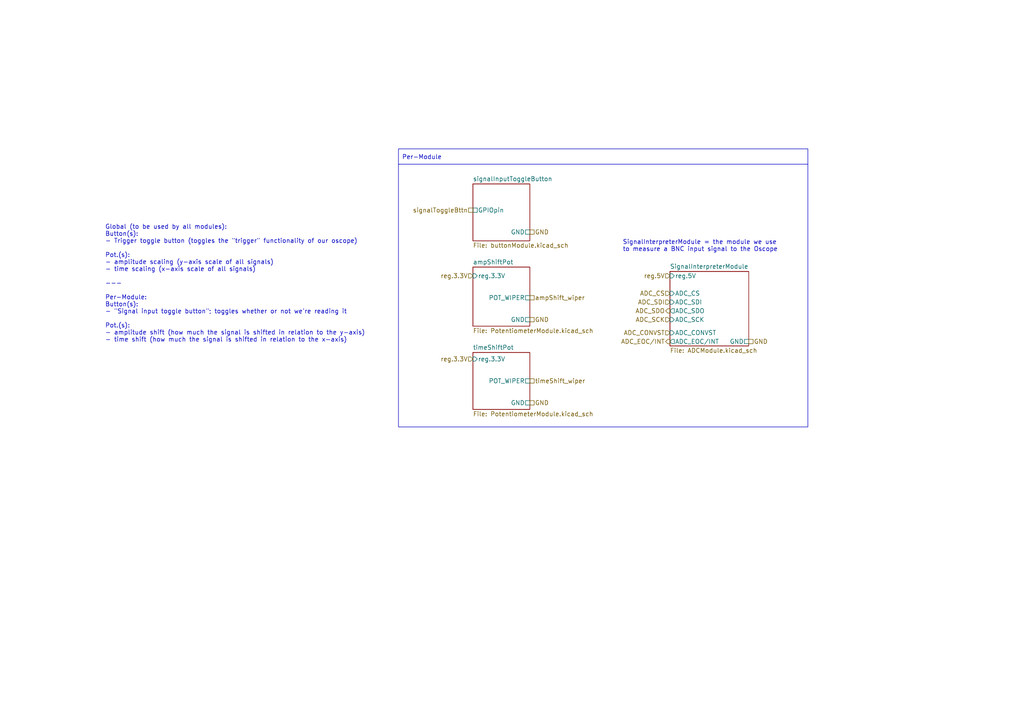
<source format=kicad_sch>
(kicad_sch
	(version 20231120)
	(generator "eeschema")
	(generator_version "8.0")
	(uuid "b0dbb727-27ac-4f1d-af4a-896439db7a9e")
	(paper "A4")
	(title_block
		(title "2CH 1MS/s 14b 50kHz 5V Oscope w/320x240 TFT & ESP32")
		(date "2025-02-26")
		(rev "1")
		(company "Group 15")
	)
	(lib_symbols)
	(polyline
		(pts
			(xy 115.57 47.625) (xy 234.315 47.625)
		)
		(stroke
			(width 0)
			(type default)
		)
		(uuid "48068211-5cc4-4c6a-bb04-4fa03c0579f6")
	)
	(rectangle
		(start 115.57 43.18)
		(end 234.315 123.825)
		(stroke
			(width 0)
			(type default)
		)
		(fill
			(type none)
		)
		(uuid ae5f3185-f0f5-4856-b8c8-15242dceb903)
	)
	(text "Global (to be used by all modules):\nButton(s):\n- Trigger toggle button (toggles the \"trigger\" functionality of our oscope)\n\nPot.(s):\n- amplitude scaling (y-axis scale of all signals)\n- time scaling (x-axis scale of all signals)\n\n---\n\nPer-Module:\nButton(s):\n- \"Signal input toggle button\"; toggles whether or not we're reading it\n\nPot.(s):\n- amplitude shift (how much the signal is shifted in relation to the y-axis)\n- time shift (how much the signal is shifted in relation to the x-axis)"
		(exclude_from_sim no)
		(at 30.48 82.296 0)
		(effects
			(font
				(size 1.27 1.27)
			)
			(justify left)
		)
		(uuid "1c0dc74b-e9f3-4216-8c4d-4b016604f54e")
	)
	(text "SignalInterpreterModule = the module we use\nto measure a BNC input signal to the Oscope"
		(exclude_from_sim no)
		(at 180.594 71.374 0)
		(effects
			(font
				(size 1.27 1.27)
			)
			(justify left)
		)
		(uuid "643fd7c7-c200-4616-981a-99c4dae3fa34")
	)
	(text "Per-Module"
		(exclude_from_sim no)
		(at 116.586 45.72 0)
		(effects
			(font
				(size 1.27 1.27)
			)
			(justify left)
		)
		(uuid "65aa3bda-cca9-4afa-a4cb-148519e843c6")
	)
	(hierarchical_label "GND"
		(shape passive)
		(at 217.17 99.06 0)
		(effects
			(font
				(size 1.27 1.27)
			)
			(justify left)
		)
		(uuid "0f7b4c2b-6c8a-48e8-88e2-f7dc674c4436")
	)
	(hierarchical_label "timeShift_wiper"
		(shape passive)
		(at 153.67 110.49 0)
		(effects
			(font
				(size 1.27 1.27)
			)
			(justify left)
		)
		(uuid "1bb0718b-0946-458e-826b-eac5f5ea6dc0")
	)
	(hierarchical_label "ADC_SDO"
		(shape output)
		(at 194.31 90.17 180)
		(effects
			(font
				(size 1.27 1.27)
			)
			(justify right)
		)
		(uuid "242ad99d-4eb0-487c-9c55-7d9acb432b4c")
	)
	(hierarchical_label "GND"
		(shape passive)
		(at 153.67 92.71 0)
		(effects
			(font
				(size 1.27 1.27)
			)
			(justify left)
		)
		(uuid "26126777-f6f6-4e24-95ee-8a9a2ebcfa9d")
	)
	(hierarchical_label "signalToggleBttn"
		(shape passive)
		(at 137.16 60.96 180)
		(effects
			(font
				(size 1.27 1.27)
			)
			(justify right)
		)
		(uuid "3598a345-c5fe-420a-9ab9-de7c5d67783b")
	)
	(hierarchical_label "ADC_CS"
		(shape input)
		(at 194.31 85.09 180)
		(effects
			(font
				(size 1.27 1.27)
			)
			(justify right)
		)
		(uuid "3ea81789-a7f6-4c43-9205-a850098659d5")
	)
	(hierarchical_label "ADC_SCK"
		(shape input)
		(at 194.31 92.71 180)
		(effects
			(font
				(size 1.27 1.27)
			)
			(justify right)
		)
		(uuid "4e01dce8-acce-4205-bf45-0a1ec26b5644")
	)
	(hierarchical_label "GND"
		(shape passive)
		(at 153.67 67.31 0)
		(effects
			(font
				(size 1.27 1.27)
			)
			(justify left)
		)
		(uuid "568d80fd-0fc1-475e-9781-c09679cf9750")
	)
	(hierarchical_label "GND"
		(shape passive)
		(at 153.67 116.84 0)
		(effects
			(font
				(size 1.27 1.27)
			)
			(justify left)
		)
		(uuid "66d680f7-8ef0-4927-bb57-ba3346b66647")
	)
	(hierarchical_label "ampShift_wiper"
		(shape passive)
		(at 153.67 86.36 0)
		(effects
			(font
				(size 1.27 1.27)
			)
			(justify left)
		)
		(uuid "6a4a9d95-c835-4040-92f8-cb3e672ac9ba")
	)
	(hierarchical_label "ADC_SDI"
		(shape input)
		(at 194.31 87.63 180)
		(effects
			(font
				(size 1.27 1.27)
			)
			(justify right)
		)
		(uuid "6da57cf3-6481-447d-b5a0-d74da5cd322c")
	)
	(hierarchical_label "reg.5V"
		(shape input)
		(at 194.31 80.01 180)
		(effects
			(font
				(size 1.27 1.27)
			)
			(justify right)
		)
		(uuid "a192bf41-d3ba-4db5-90bc-a1ea5f4a2a02")
	)
	(hierarchical_label "reg.3.3V"
		(shape input)
		(at 137.16 80.01 180)
		(effects
			(font
				(size 1.27 1.27)
			)
			(justify right)
		)
		(uuid "ace47a58-6d0d-48a3-9d21-f4d0dfd38379")
	)
	(hierarchical_label "ADC_EOC{slash}INT"
		(shape output)
		(at 194.31 99.06 180)
		(effects
			(font
				(size 1.27 1.27)
			)
			(justify right)
		)
		(uuid "edd158db-878a-4e70-818a-1737c8920b47")
	)
	(hierarchical_label "reg.3.3V"
		(shape input)
		(at 137.16 104.14 180)
		(effects
			(font
				(size 1.27 1.27)
			)
			(justify right)
		)
		(uuid "f07b6270-415d-4baf-8ab9-f4e77b6f7aa4")
	)
	(hierarchical_label "ADC_CONVST"
		(shape input)
		(at 194.31 96.52 180)
		(effects
			(font
				(size 1.27 1.27)
			)
			(justify right)
		)
		(uuid "f1c70665-0a3e-4c33-9889-93593381d215")
	)
	(sheet
		(at 194.31 78.74)
		(size 22.86 21.59)
		(fields_autoplaced yes)
		(stroke
			(width 0.1524)
			(type solid)
		)
		(fill
			(color 0 0 0 0.0000)
		)
		(uuid "52258d0c-831e-400e-9ea9-cb0e0952ee2a")
		(property "Sheetname" "SignalInterpreterModule"
			(at 194.31 78.0284 0)
			(effects
				(font
					(size 1.27 1.27)
				)
				(justify left bottom)
			)
		)
		(property "Sheetfile" "ADCModule.kicad_sch"
			(at 194.31 100.9146 0)
			(effects
				(font
					(size 1.27 1.27)
				)
				(justify left top)
			)
		)
		(pin "GND" passive
			(at 217.17 99.06 0)
			(effects
				(font
					(size 1.27 1.27)
				)
				(justify right)
			)
			(uuid "63dfc6ab-1c71-4c48-b812-db3390f88350")
		)
		(pin "reg.5V" input
			(at 194.31 80.01 180)
			(effects
				(font
					(size 1.27 1.27)
				)
				(justify left)
			)
			(uuid "4e03cbc7-38f0-4641-8b68-4ec4486b711f")
		)
		(pin "ADC_SCK" input
			(at 194.31 92.71 180)
			(effects
				(font
					(size 1.27 1.27)
				)
				(justify left)
			)
			(uuid "2a6009e8-1a1b-4f75-9e28-6d2fd96a4f7e")
		)
		(pin "ADC_CONVST" input
			(at 194.31 96.52 180)
			(effects
				(font
					(size 1.27 1.27)
				)
				(justify left)
			)
			(uuid "b44e8dc6-3add-4add-a125-3f44296ed727")
		)
		(pin "ADC_CS" input
			(at 194.31 85.09 180)
			(effects
				(font
					(size 1.27 1.27)
				)
				(justify left)
			)
			(uuid "473a5c19-8a1a-4615-b9a8-bbeea898ddd1")
		)
		(pin "ADC_EOC{slash}INT" output
			(at 194.31 99.06 180)
			(effects
				(font
					(size 1.27 1.27)
				)
				(justify left)
			)
			(uuid "8cb4af03-6032-4701-bc98-c2587251a1f7")
		)
		(pin "ADC_SDO" output
			(at 194.31 90.17 180)
			(effects
				(font
					(size 1.27 1.27)
				)
				(justify left)
			)
			(uuid "c460f439-d8b6-402d-9ba8-da8d3647ff05")
		)
		(pin "ADC_SDI" input
			(at 194.31 87.63 180)
			(effects
				(font
					(size 1.27 1.27)
				)
				(justify left)
			)
			(uuid "654e6966-d46b-41d5-85aa-e3f5c702f38a")
		)
		(instances
			(project "jd2oscope"
				(path "/eb18a3da-9fbf-4329-a814-1afab785c817/415ed027-7cd2-4459-ae99-e85a85aec1e2/4f25ad0e-659b-4d0d-998d-272f66fe29fb"
					(page "9")
				)
				(path "/eb18a3da-9fbf-4329-a814-1afab785c817/415ed027-7cd2-4459-ae99-e85a85aec1e2/9cf642e2-7276-4116-93a5-7485645ddebf"
					(page "17")
				)
			)
		)
	)
	(sheet
		(at 137.16 53.34)
		(size 16.51 16.51)
		(fields_autoplaced yes)
		(stroke
			(width 0.1524)
			(type solid)
		)
		(fill
			(color 0 0 0 0.0000)
		)
		(uuid "59e5b20f-a405-48c1-b2c2-d334523c9ae1")
		(property "Sheetname" "signalInputToggleButton"
			(at 137.16 52.6284 0)
			(effects
				(font
					(size 1.27 1.27)
				)
				(justify left bottom)
			)
		)
		(property "Sheetfile" "buttonModule.kicad_sch"
			(at 137.16 70.4346 0)
			(effects
				(font
					(size 1.27 1.27)
				)
				(justify left top)
			)
		)
		(pin "GND" passive
			(at 153.67 67.31 0)
			(effects
				(font
					(size 1.27 1.27)
				)
				(justify right)
			)
			(uuid "b265abc8-fcd6-4559-a5f4-04dddf695526")
		)
		(pin "GPIOpin" passive
			(at 137.16 60.96 180)
			(effects
				(font
					(size 1.27 1.27)
				)
				(justify left)
			)
			(uuid "b6fe91a2-934d-4fd1-bb9a-6275f0144662")
		)
		(instances
			(project "jd2oscope"
				(path "/eb18a3da-9fbf-4329-a814-1afab785c817/415ed027-7cd2-4459-ae99-e85a85aec1e2/4f25ad0e-659b-4d0d-998d-272f66fe29fb"
					(page "8")
				)
				(path "/eb18a3da-9fbf-4329-a814-1afab785c817/415ed027-7cd2-4459-ae99-e85a85aec1e2/9cf642e2-7276-4116-93a5-7485645ddebf"
					(page "16")
				)
			)
		)
	)
	(sheet
		(at 137.16 102.235)
		(size 16.51 16.51)
		(fields_autoplaced yes)
		(stroke
			(width 0.1524)
			(type solid)
		)
		(fill
			(color 0 0 0 0.0000)
		)
		(uuid "a129be14-5636-4b2f-ac25-6f79cead8126")
		(property "Sheetname" "timeShiftPot"
			(at 137.16 101.5234 0)
			(effects
				(font
					(size 1.27 1.27)
				)
				(justify left bottom)
			)
		)
		(property "Sheetfile" "PotentiometerModule.kicad_sch"
			(at 137.16 119.3296 0)
			(effects
				(font
					(size 1.27 1.27)
				)
				(justify left top)
			)
		)
		(pin "POT_WIPER" passive
			(at 153.67 110.49 0)
			(effects
				(font
					(size 1.27 1.27)
				)
				(justify right)
			)
			(uuid "bfe357a4-1cce-4dea-b4bd-a7e9a1500fd1")
		)
		(pin "GND" passive
			(at 153.67 116.84 0)
			(effects
				(font
					(size 1.27 1.27)
				)
				(justify right)
			)
			(uuid "fba6fbcd-e528-435b-ac28-7182503eb313")
		)
		(pin "reg.3.3V" input
			(at 137.16 104.14 180)
			(effects
				(font
					(size 1.27 1.27)
				)
				(justify left)
			)
			(uuid "edb0cdc3-8491-433c-8970-76dfd811f3bd")
		)
		(instances
			(project "jd2oscope"
				(path "/eb18a3da-9fbf-4329-a814-1afab785c817/415ed027-7cd2-4459-ae99-e85a85aec1e2/4f25ad0e-659b-4d0d-998d-272f66fe29fb"
					(page "7")
				)
				(path "/eb18a3da-9fbf-4329-a814-1afab785c817/415ed027-7cd2-4459-ae99-e85a85aec1e2/9cf642e2-7276-4116-93a5-7485645ddebf"
					(page "15")
				)
			)
		)
	)
	(sheet
		(at 137.16 77.47)
		(size 16.51 17.145)
		(fields_autoplaced yes)
		(stroke
			(width 0.1524)
			(type solid)
		)
		(fill
			(color 0 0 0 0.0000)
		)
		(uuid "d0d3e5b7-5e05-4d56-af40-3a75a71576b8")
		(property "Sheetname" "ampShiftPot"
			(at 137.16 76.7584 0)
			(effects
				(font
					(size 1.27 1.27)
				)
				(justify left bottom)
			)
		)
		(property "Sheetfile" "PotentiometerModule.kicad_sch"
			(at 137.16 95.1996 0)
			(effects
				(font
					(size 1.27 1.27)
				)
				(justify left top)
			)
		)
		(pin "POT_WIPER" passive
			(at 153.67 86.36 0)
			(effects
				(font
					(size 1.27 1.27)
				)
				(justify right)
			)
			(uuid "bc467aa3-b50b-4319-b8f6-11ea69910c0c")
		)
		(pin "GND" passive
			(at 153.67 92.71 0)
			(effects
				(font
					(size 1.27 1.27)
				)
				(justify right)
			)
			(uuid "56fb86a9-e398-4dfc-9a04-61c9de7fd9c3")
		)
		(pin "reg.3.3V" input
			(at 137.16 80.01 180)
			(effects
				(font
					(size 1.27 1.27)
				)
				(justify left)
			)
			(uuid "004596f8-84b5-4280-a661-f2711eae368e")
		)
		(instances
			(project "jd2oscope"
				(path "/eb18a3da-9fbf-4329-a814-1afab785c817/415ed027-7cd2-4459-ae99-e85a85aec1e2/4f25ad0e-659b-4d0d-998d-272f66fe29fb"
					(page "6")
				)
				(path "/eb18a3da-9fbf-4329-a814-1afab785c817/415ed027-7cd2-4459-ae99-e85a85aec1e2/9cf642e2-7276-4116-93a5-7485645ddebf"
					(page "14")
				)
			)
		)
	)
)

</source>
